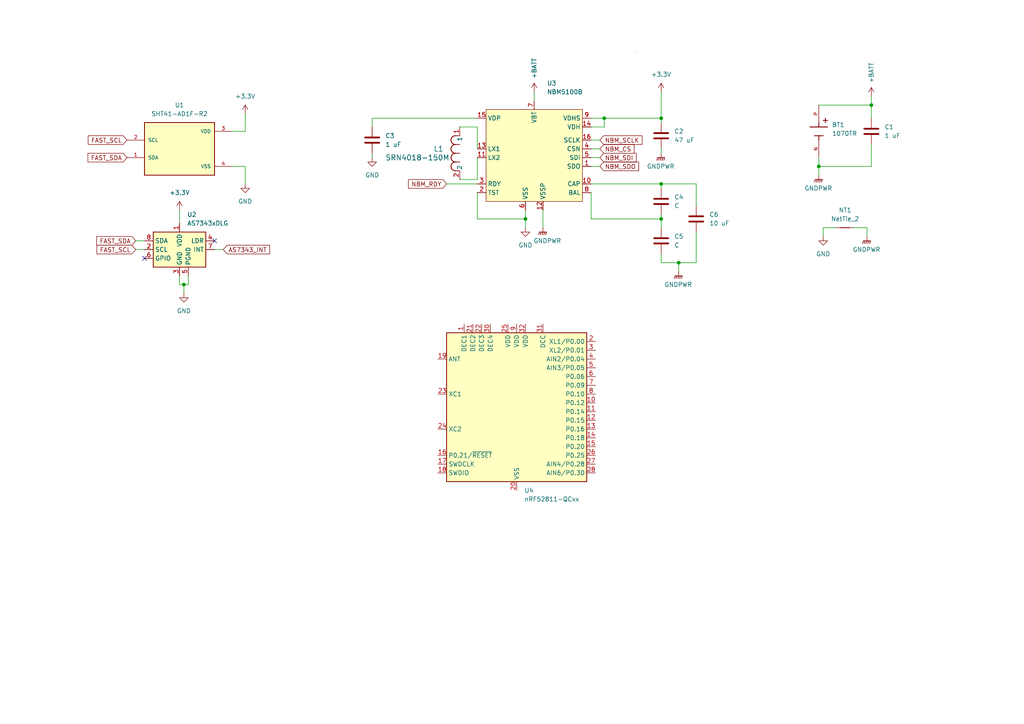
<source format=kicad_sch>
(kicad_sch (version 20230121) (generator eeschema)
  (paper "A4")
  (lib_symbols
    (symbol "1070TR:1070TR" (pin_names (offset 1.016))
      (property "Reference" "BT" (at -3.81 3.81 0))
      (property "Value" "1070TR" (at -3.81 -5.08 0))
      (symbol "1070TR_0_0"
        (polyline (pts (xy -3.81 1.905) (xy -2.54 1.905)) (stroke (width 0.254)))
        (polyline (pts (xy -3.175 2.54) (xy -3.175 1.27)) (stroke (width 0.254)))
        (polyline (pts (xy -1.27 0) (xy -2.54 0)) (stroke (width 0.254)))
        (polyline (pts (xy -1.27 0) (xy -1.27 -2.54)) (stroke (width 0.254)))
        (polyline (pts (xy -1.27 2.54) (xy -1.27 0)) (stroke (width 0.254)))
        (polyline (pts (xy 1.27 0) (xy 1.27 -1.27)) (stroke (width 0.254)))
        (polyline (pts (xy 1.27 0) (xy 2.54 0)) (stroke (width 0.254)))
        (polyline (pts (xy 1.27 1.27) (xy 1.27 0)) (stroke (width 0.254)))
        (pin passive line (at 7.62 0 180) (length 5.08) (name "~") (number "N"))
        (pin passive line (at -7.62 0 0) (length 5.08) (name "~") (number "P"))
      )
    )
    (symbol "2023-12-23_10-28-27:SRN4018-150M" (pin_names (offset 0.254))
      (property "Reference" "L" (at 6.985 5.08 0))
      (property "Value" "SRN4018-150M" (at 6.985 -2.54 0))
      (symbol "SRN4018-150M_1_1"
        (polyline (pts (xy 2.54 0) (xy 2.54 1.27)) (stroke (width 0.2032)))
        (polyline (pts (xy 5.08 0) (xy 5.08 1.27)) (stroke (width 0.2032)))
        (polyline (pts (xy 7.62 0) (xy 7.62 1.27)) (stroke (width 0.2032)))
        (polyline (pts (xy 10.16 0) (xy 10.16 1.27)) (stroke (width 0.2032)))
        (polyline (pts (xy 12.7 0) (xy 12.7 1.27)) (stroke (width 0.2032)))
        (arc (start 5.08 1.27) (mid 3.81 2.5345) (end 2.54 1.27) (stroke (width 0.254)))
        (arc (start 7.62 1.27) (mid 6.35 2.5345) (end 5.08 1.27) (stroke (width 0.254)))
        (arc (start 10.16 1.27) (mid 8.89 2.5345) (end 7.62 1.27) (stroke (width 0.254)))
        (arc (start 12.7 1.27) (mid 11.43 2.5345) (end 10.16 1.27) (stroke (width 0.254)))
        (pin unspecified line (at 15.24 0 180) (length 2.54) (name "1") (number "1"))
        (pin unspecified line (at 0 0 0) (length 2.54) (name "2") (number "2"))
      )
      (symbol "SRN4018-150M_1_2"
        (arc (start -1.27 5.08) (mid -2.5345 3.81) (end -1.27 2.54) (stroke (width 0.254)))
        (arc (start -1.27 7.62) (mid -2.5345 6.35) (end -1.27 5.08) (stroke (width 0.254)))
        (arc (start -1.27 10.16) (mid -2.5345 8.89) (end -1.27 7.62) (stroke (width 0.254)))
        (arc (start -1.27 12.7) (mid -2.5345 11.43) (end -1.27 10.16) (stroke (width 0.254)))
        (polyline (pts (xy 0 2.54) (xy -1.27 2.54)) (stroke (width 0.2032)))
        (polyline (pts (xy 0 5.08) (xy -1.27 5.08)) (stroke (width 0.2032)))
        (polyline (pts (xy 0 7.62) (xy -1.27 7.62)) (stroke (width 0.2032)))
        (polyline (pts (xy 0 10.16) (xy -1.27 10.16)) (stroke (width 0.2032)))
        (polyline (pts (xy 0 12.7) (xy -1.27 12.7)) (stroke (width 0.2032)))
        (pin unspecified line (at 0 15.24 270) (length 2.54) (name "1") (number "1"))
        (pin unspecified line (at 0 0 90) (length 2.54) (name "2") (number "2"))
      )
    )
    (symbol "Device:C" (pin_numbers hide) (pin_names (offset 0.254))
      (property "Reference" "C" (at 0.635 2.54 0))
      (property "Value" "C" (at 0.635 -2.54 0))
      (symbol "C_0_1"
        (polyline (pts (xy -2.032 -0.762) (xy 2.032 -0.762)) (stroke (width 0.508)))
        (polyline (pts (xy -2.032 0.762) (xy 2.032 0.762)) (stroke (width 0.508)))
      )
      (symbol "C_1_1"
        (pin passive line (at 0 3.81 270) (length 2.794) (name "~") (number "1"))
        (pin passive line (at 0 -3.81 90) (length 2.794) (name "~") (number "2"))
      )
    )
    (symbol "Device:NetTie_2" (pin_numbers hide) (pin_names (offset 0) hide) (in_bom no)
      (property "Reference" "NT" (at 0 1.27 0))
      (property "Value" "NetTie_2" (at 0 -1.27 0))
      (symbol "NetTie_2_0_1"
        (polyline (pts (xy -1.27 0) (xy 1.27 0)) (stroke (width 0.254)))
      )
      (symbol "NetTie_2_1_1"
        (pin passive line (at -2.54 0 0) (length 2.54) (name "1") (number "1"))
        (pin passive line (at 2.54 0 180) (length 2.54) (name "2") (number "2"))
      )
    )
    (symbol "MCU_Nordic:nRF52811-QCxx"
      (property "Reference" "U" (at 0 5.08 0))
      (property "Value" "nRF52811-QCxx" (at 0 2.54 0))
      (symbol "nRF52811-QCxx_0_1"
        (rectangle (start -20.32 22.86) (end 20.32 -20.32) (stroke (width 0.254)) (fill (type background)))
      )
      (symbol "nRF52811-QCxx_1_1"
        (pin passive line (at -15.24 25.4 270) (length 2.54) (name "DEC1") (number "1"))
        (pin bidirectional line (at 22.86 2.54 180) (length 2.54) (name "P0.12") (number "10"))
        (pin bidirectional line (at 22.86 0 180) (length 2.54) (name "P0.14") (number "11"))
        (pin bidirectional line (at 22.86 -2.54 180) (length 2.54) (name "P0.15") (number "12"))
        (pin bidirectional line (at 22.86 -5.08 180) (length 2.54) (name "P0.16") (number "13"))
        (pin bidirectional line (at 22.86 -7.62 180) (length 2.54) (name "P0.18") (number "14"))
        (pin bidirectional line (at 22.86 -10.16 180) (length 2.54) (name "P0.20") (number "15"))
        (pin bidirectional line (at -22.86 -12.7 0) (length 2.54) (name "P0.21/~{RESET}") (number "16"))
        (pin input line (at -22.86 -15.24 0) (length 2.54) (name "SWDCLK") (number "17"))
        (pin bidirectional line (at -22.86 -17.78 0) (length 2.54) (name "SWDIO") (number "18"))
        (pin passive line (at -22.86 15.24 0) (length 2.54) (name "ANT") (number "19"))
        (pin bidirectional line (at 22.86 20.32 180) (length 2.54) (name "XL1/P0.00") (number "2"))
        (pin power_in line (at 0 -22.86 90) (length 2.54) (name "VSS") (number "20"))
        (pin passive line (at -12.7 25.4 270) (length 2.54) (name "DEC2") (number "21"))
        (pin passive line (at -10.16 25.4 270) (length 2.54) (name "DEC3") (number "22"))
        (pin input line (at -22.86 5.08 0) (length 2.54) (name "XC1") (number "23"))
        (pin input line (at -22.86 -5.08 0) (length 2.54) (name "XC2") (number "24"))
        (pin power_in line (at -2.54 25.4 270) (length 2.54) (name "VDD") (number "25"))
        (pin bidirectional line (at 22.86 -12.7 180) (length 2.54) (name "P0.25") (number "26"))
        (pin bidirectional line (at 22.86 -15.24 180) (length 2.54) (name "AIN4/P0.28") (number "27"))
        (pin bidirectional line (at 22.86 -17.78 180) (length 2.54) (name "AIN6/P0.30") (number "28"))
        (pin passive line (at 0 -22.86 90) (length 2.54) hide (name "VSS") (number "29"))
        (pin bidirectional line (at 22.86 17.78 180) (length 2.54) (name "XL2/P0.01") (number "3"))
        (pin passive line (at -7.62 25.4 270) (length 2.54) (name "DEC4") (number "30"))
        (pin power_out line (at 7.62 25.4 270) (length 2.54) (name "DCC") (number "31"))
        (pin power_in line (at 2.54 25.4 270) (length 2.54) (name "VDD") (number "32"))
        (pin passive line (at 0 -22.86 90) (length 2.54) hide (name "VSS") (number "33"))
        (pin bidirectional line (at 22.86 15.24 180) (length 2.54) (name "AIN2/P0.04") (number "4"))
        (pin bidirectional line (at 22.86 12.7 180) (length 2.54) (name "AIN3/P0.05") (number "5"))
        (pin bidirectional line (at 22.86 10.16 180) (length 2.54) (name "P0.06") (number "6"))
        (pin bidirectional line (at 22.86 7.62 180) (length 2.54) (name "P0.09") (number "7"))
        (pin bidirectional line (at 22.86 5.08 180) (length 2.54) (name "P0.10") (number "8"))
        (pin power_in line (at 0 25.4 270) (length 2.54) (name "VDD") (number "9"))
      )
    )
    (symbol "NBM5100:NBM5100B"
      (property "Reference" "U" (at 5.08 17.78 0))
      (property "Value" "NBM5100B" (at 8.89 15.24 0))
      (symbol "NBM5100B_0_1"
        (rectangle (start 29.21 27.94) (end 29.21 27.94))
      )
      (symbol "NBM5100B_1_1"
        (rectangle (start -13.97 11.43) (end 13.97 -15.24) (fill (type background)))
        (pin output line (at 16.51 -5.08 180) (length 2.54) (name "SDO") (number "1"))
        (pin power_in line (at 16.51 -10.16 180) (length 2.54) (name "CAP") (number "10"))
        (pin unspecified line (at -16.51 -2.54 0) (length 2.54) (name "LX2") (number "11"))
        (pin power_in line (at 2.54 -17.78 90) (length 2.54) (name "VSSP") (number "12"))
        (pin unspecified line (at -16.51 0 0) (length 2.54) (name "LX1") (number "13"))
        (pin power_out line (at 16.51 6.35 180) (length 2.54) (name "VDH") (number "14"))
        (pin power_out line (at -16.51 8.89 0) (length 2.54) (name "VDP") (number "15"))
        (pin input line (at 16.51 2.54 180) (length 2.54) (name "SCLK") (number "16"))
        (pin input line (at -16.51 -12.7 0) (length 2.54) (name "TST") (number "2"))
        (pin output line (at -16.51 -10.16 0) (length 2.54) (name "RDY") (number "3"))
        (pin input line (at 16.51 0 180) (length 2.54) (name "CSN") (number "4"))
        (pin input line (at 16.51 -2.54 180) (length 2.54) (name "SDI") (number "5"))
        (pin power_in line (at -2.54 -17.78 90) (length 2.54) (name "VSS") (number "6"))
        (pin power_in line (at 0 13.97 270) (length 2.54) (name "VBT") (number "7"))
        (pin bidirectional line (at 16.51 -12.7 180) (length 2.54) (name "BAL") (number "8"))
        (pin input line (at 16.51 8.89 180) (length 2.54) (name "VDHS") (number "9"))
      )
    )
    (symbol "SHT41-AD1F-R2:SHT41-AD1F-R2" (pin_names (offset 1.016))
      (property "Reference" "U" (at -10.16 8.89 0))
      (property "Value" "SHT41-AD1F-R2" (at -10.16 -10.16 0))
      (symbol "SHT41-AD1F-R2_0_0"
        (rectangle (start -10.16 7.62) (end 10.16 -7.62) (stroke (width 0.254)) (fill (type background)))
        (pin bidirectional line (at -15.24 -2.54 0) (length 5.08) (name "SDA") (number "1"))
        (pin input line (at -15.24 2.54 0) (length 5.08) (name "SCL") (number "2"))
        (pin power_in line (at 15.24 5.08 180) (length 5.08) (name "VDD") (number "3"))
        (pin power_in line (at 15.24 -5.08 180) (length 5.08) (name "VSS") (number "4"))
      )
    )
    (symbol "Sensor_Optical:AS7343xDLG"
      (property "Reference" "U" (at -2.54 8.255 0))
      (property "Value" "AS7343xDLG" (at -2.54 6.35 0))
      (symbol "AS7343xDLG_0_1"
        (rectangle (start -7.62 5.08) (end 7.62 -5.08) (stroke (width 0.254)) (fill (type background)))
      )
      (symbol "AS7343xDLG_1_1"
        (pin power_in line (at 0 7.62 270) (length 2.54) (name "VDD") (number "1"))
        (pin input line (at -10.16 0 0) (length 2.54) (name "SCL") (number "2"))
        (pin power_in line (at 0 -7.62 90) (length 2.54) (name "GND") (number "3"))
        (pin passive line (at 10.16 2.54 180) (length 2.54) (name "LDR") (number "4"))
        (pin power_in line (at 2.54 -7.62 90) (length 2.54) (name "PGND") (number "5"))
        (pin input line (at -10.16 -2.54 0) (length 2.54) (name "GPIO") (number "6"))
        (pin open_collector line (at 10.16 0 180) (length 2.54) (name "INT") (number "7"))
        (pin bidirectional line (at -10.16 2.54 0) (length 2.54) (name "SDA") (number "8"))
      )
    )
    (symbol "power:+3.3V" (power) (pin_names (offset 0))
      (property "Value" "+3.3V" (at 0 3.556 0))
      (symbol "+3.3V_0_1"
        (polyline (pts (xy -0.762 1.27) (xy 0 2.54)))
        (polyline (pts (xy 0 0) (xy 0 2.54)))
        (polyline (pts (xy 0 2.54) (xy 0.762 1.27)))
      )
      (symbol "+3.3V_1_1"
        (pin power_in line (at 0 0 90) (length 0) hide (name "+3.3V") (number "1"))
      )
    )
    (symbol "power:+BATT" (power) (pin_names (offset 0))
      (property "Value" "+BATT" (at 0 3.556 0))
      (symbol "+BATT_0_1"
        (polyline (pts (xy -0.762 1.27) (xy 0 2.54)))
        (polyline (pts (xy 0 0) (xy 0 2.54)))
        (polyline (pts (xy 0 2.54) (xy 0.762 1.27)))
      )
      (symbol "+BATT_1_1"
        (pin power_in line (at 0 0 90) (length 0) hide (name "+BATT") (number "1"))
      )
    )
    (symbol "power:GND" (power) (pin_names (offset 0))
      (property "Value" "GND" (at 0 -3.81 0))
      (symbol "GND_0_1"
        (polyline (pts (xy 0 0) (xy 0 -1.27) (xy 1.27 -1.27) (xy 0 -2.54) (xy -1.27 -1.27) (xy 0 -1.27)))
      )
      (symbol "GND_1_1"
        (pin power_in line (at 0 0 270) (length 0) hide (name "GND") (number "1"))
      )
    )
    (symbol "power:GNDPWR" (power) (pin_names (offset 0))
      (property "Value" "GNDPWR" (at 0 -3.302 0))
      (symbol "GNDPWR_0_1"
        (polyline (pts (xy 0 -1.27) (xy 0 0)))
        (polyline (pts (xy -1.016 -1.27) (xy -1.27 -2.032) (xy -1.27 -2.032)) (stroke (width 0.2032)))
        (polyline (pts (xy -0.508 -1.27) (xy -0.762 -2.032) (xy -0.762 -2.032)) (stroke (width 0.2032)))
        (polyline (pts (xy 0 -1.27) (xy -0.254 -2.032) (xy -0.254 -2.032)) (stroke (width 0.2032)))
        (polyline (pts (xy 0.508 -1.27) (xy 0.254 -2.032) (xy 0.254 -2.032)) (stroke (width 0.2032)))
        (polyline (pts (xy 1.016 -1.27) (xy -1.016 -1.27) (xy -1.016 -1.27)) (stroke (width 0.2032)))
        (polyline (pts (xy 1.016 -1.27) (xy 0.762 -2.032) (xy 0.762 -2.032) (xy 0.762 -2.032)) (stroke (width 0.2032)))
      )
      (symbol "GNDPWR_1_1"
        (pin power_in line (at 0 0 270) (length 0) hide (name "GNDPWR") (number "1"))
      )
    )
  )
  (junction (at 152.4 63.5))
  (junction (at 53.34 82.55))
  (junction (at 237.49 48.26))
  (junction (at 191.77 53.34))
  (junction (at 252.73 30.48))
  (junction (at 191.77 63.5))
  (junction (at 175.26 34.29))
  (junction (at 191.77 34.29))
  (junction (at 196.85 76.2))
  (no_connect (at 62.23 69.85))
  (no_connect (at 41.91 74.93))
  (wire (pts (xy 238.76 68.58) (xy 238.76 66.04)))
  (wire (pts (xy 191.77 35.56) (xy 191.77 34.29)))
  (wire (pts (xy 171.45 45.72) (xy 173.99 45.72)))
  (wire (pts (xy 129.54 53.34) (xy 138.43 53.34)))
  (wire (pts (xy 71.12 33.02) (xy 71.12 38.1)))
  (wire (pts (xy 191.77 76.2) (xy 196.85 76.2)))
  (wire (pts (xy 191.77 63.5) (xy 191.77 66.04)))
  (wire (pts (xy 67.31 38.1) (xy 71.12 38.1)))
  (wire (pts (xy 171.45 53.34) (xy 191.77 53.34)))
  (wire (pts (xy 152.4 60.96) (xy 152.4 63.5)))
  (wire (pts (xy 138.43 45.72) (xy 138.43 52.07)))
  (wire (pts (xy 138.43 55.88) (xy 138.43 63.5)))
  (wire (pts (xy 71.12 48.26) (xy 71.12 53.34)))
  (wire (pts (xy 138.43 52.07) (xy 133.35 52.07)))
  (wire (pts (xy 237.49 48.26) (xy 237.49 50.8)))
  (wire (pts (xy 52.07 80.01) (xy 52.07 82.55)))
  (wire (pts (xy 62.23 72.39) (xy 64.77 72.39)))
  (wire (pts (xy 154.94 26.67) (xy 154.94 29.21)))
  (wire (pts (xy 175.26 36.83) (xy 175.26 34.29)))
  (wire (pts (xy 54.61 82.55) (xy 54.61 80.01)))
  (wire (pts (xy 175.26 34.29) (xy 191.77 34.29)))
  (wire (pts (xy 191.77 43.18) (xy 191.77 44.45)))
  (wire (pts (xy 52.07 60.96) (xy 52.07 64.77)))
  (wire (pts (xy 52.07 82.55) (xy 53.34 82.55)))
  (wire (pts (xy 252.73 41.91) (xy 252.73 48.26)))
  (wire (pts (xy 157.48 60.96) (xy 157.48 66.04)))
  (wire (pts (xy 191.77 26.67) (xy 191.77 34.29)))
  (wire (pts (xy 171.45 48.26) (xy 173.99 48.26)))
  (wire (pts (xy 196.85 76.2) (xy 201.93 76.2)))
  (wire (pts (xy 171.45 43.18) (xy 173.99 43.18)))
  (wire (pts (xy 53.34 82.55) (xy 54.61 82.55)))
  (wire (pts (xy 251.46 66.04) (xy 247.65 66.04)))
  (wire (pts (xy 107.95 36.83) (xy 107.95 34.29)))
  (wire (pts (xy 201.93 67.31) (xy 201.93 76.2)))
  (wire (pts (xy 252.73 27.94) (xy 252.73 30.48)))
  (wire (pts (xy 138.43 36.83) (xy 138.43 43.18)))
  (wire (pts (xy 201.93 59.69) (xy 201.93 53.34)))
  (wire (pts (xy 171.45 36.83) (xy 175.26 36.83)))
  (wire (pts (xy 191.77 54.61) (xy 191.77 53.34)))
  (wire (pts (xy 107.95 34.29) (xy 138.43 34.29)))
  (wire (pts (xy 251.46 68.58) (xy 251.46 66.04)))
  (wire (pts (xy 237.49 48.26) (xy 252.73 48.26)))
  (wire (pts (xy 138.43 63.5) (xy 152.4 63.5)))
  (wire (pts (xy 191.77 62.23) (xy 191.77 63.5)))
  (wire (pts (xy 171.45 55.88) (xy 171.45 63.5)))
  (wire (pts (xy 39.37 72.39) (xy 41.91 72.39)))
  (wire (pts (xy 133.35 36.83) (xy 138.43 36.83)))
  (wire (pts (xy 252.73 30.48) (xy 252.73 34.29)))
  (wire (pts (xy 191.77 73.66) (xy 191.77 76.2)))
  (wire (pts (xy 152.4 63.5) (xy 152.4 66.04)))
  (wire (pts (xy 171.45 63.5) (xy 191.77 63.5)))
  (wire (pts (xy 196.85 76.2) (xy 196.85 78.74)))
  (wire (pts (xy 71.12 48.26) (xy 67.31 48.26)))
  (wire (pts (xy 237.49 30.48) (xy 252.73 30.48)))
  (wire (pts (xy 237.49 48.26) (xy 237.49 45.72)))
  (wire (pts (xy 238.76 66.04) (xy 242.57 66.04)))
  (wire (pts (xy 201.93 53.34) (xy 191.77 53.34)))
  (wire (pts (xy 171.45 34.29) (xy 175.26 34.29)))
  (wire (pts (xy 53.34 82.55) (xy 53.34 85.09)))
  (wire (pts (xy 107.95 45.72) (xy 107.95 44.45)))
  (wire (pts (xy 171.45 40.64) (xy 173.99 40.64)))
  (wire (pts (xy 39.37 69.85) (xy 41.91 69.85)))
  (global_label "FAST_SCL" (shape input) (at 39.37 72.39 180) (property "Intersheetrefs" "${INTERSHEET_REFS}" (effects hide)))
  (global_label "FAST_SDA" (shape input) (at 36.83 45.72 180) (property "Intersheetrefs" "${INTERSHEET_REFS}" (effects hide)))
  (global_label "NBM_SDO" (shape input) (at 173.99 48.26 0) (property "Intersheetrefs" "${INTERSHEET_REFS}" (effects hide)))
  (global_label "NBM_RDY" (shape input) (at 129.54 53.34 180) (property "Intersheetrefs" "${INTERSHEET_REFS}" (effects hide)))
  (global_label "FAST_SDA" (shape input) (at 39.37 69.85 180) (property "Intersheetrefs" "${INTERSHEET_REFS}" (effects hide)))
  (global_label "FAST_SCL" (shape input) (at 36.83 40.64 180) (property "Intersheetrefs" "${INTERSHEET_REFS}" (effects hide)))
  (global_label "AS7343_INT" (shape input) (at 64.77 72.39 0) (property "Intersheetrefs" "${INTERSHEET_REFS}" (effects hide)))
  (global_label "NBM_CS" (shape input) (at 173.99 43.18 0) (property "Intersheetrefs" "${INTERSHEET_REFS}" (effects hide)))
  (global_label "NBM_SCLK" (shape input) (at 173.99 40.64 0) (property "Intersheetrefs" "${INTERSHEET_REFS}" (effects hide)))
  (global_label "NBM_SDI" (shape input) (at 173.99 45.72 0) (property "Intersheetrefs" "${INTERSHEET_REFS}" (effects hide)))
  (symbol (lib_id "power:GNDPWR") (at 157.48 66.04 0) (unit 1)
    (property "Reference" "#PWR04" (effects hide))
    (property "Value" "GNDPWR" (at 158.75 69.85 0))
  )
  (symbol (lib_id "power:GND") (at 238.76 68.58 0) (unit 1)
    (property "Reference" "#PWR06" (effects hide))
    (property "Value" "GND" (at 238.76 73.66 0))
  )
  (symbol (lib_id "power:+3.3V") (at 191.77 26.67 0) (unit 1)
    (property "Reference" "#PWR08" (effects hide))
    (property "Value" "+3.3V" (at 191.77 21.59 0))
  )
  (symbol (lib_id "MCU_Nordic:nRF52811-QCxx") (at 149.86 119.38 0) (unit 1)
    (property "Reference" "U4" (at 152.0541 142.24 0) (effects (justify left)))
    (property "Value" "nRF52811-QCxx" (at 152.0541 144.78 0) (effects (justify left)))
    (property "Footprint" "Package_DFN_QFN:QFN-32-1EP_5x5mm_P0.5mm_EP3.6x3.6mm_ThermalVias" (effects hide))
    (property "Datasheet" "https://infocenter.nordicsemi.com/pdf/nRF52811_PS_v1.0.pdf" (effects hide))
  )
  (symbol (lib_id "power:+BATT") (at 252.73 27.94 0) (unit 1)
    (property "Reference" "#PWR01" (effects hide))
    (property "Value" "+BATT" (at 252.73 24.13 90) (effects (justify left)))
  )
  (symbol (lib_id "Device:C") (at 201.93 63.5 0) (unit 1)
    (property "Reference" "C6" (at 205.74 62.23 0) (effects (justify left)))
    (property "Value" "10 uF" (at 205.74 64.77 0) (effects (justify left)))
    (property "Footprint" "Capacitor_SMD:C_0603_1608Metric_Pad1.08x0.95mm_HandSolder" (effects hide))
  )
  (symbol (lib_id "Device:C") (at 191.77 58.42 0) (unit 1)
    (property "Reference" "C4" (at 195.58 57.15 0) (effects (justify left)))
    (property "Value" "C" (at 195.58 59.69 0) (effects (justify left)))
    (property "Footprint" "Capacitor_SMD:C_0603_1608Metric_Pad1.08x0.95mm_HandSolder" (effects hide))
  )
  (symbol (lib_id "Device:C") (at 191.77 39.37 0) (unit 1)
    (property "Reference" "C2" (at 195.58 38.1 0) (effects (justify left)))
    (property "Value" "47 uF" (at 195.58 40.64 0) (effects (justify left)))
    (property "Footprint" "Capacitor_SMD:C_0603_1608Metric_Pad1.08x0.95mm_HandSolder" (effects hide))
  )
  (symbol (lib_id "NBM5100:NBM5100B") (at 154.94 43.18 0) (unit 1)
    (property "Reference" "U3" (at 160.02 24.13 0))
    (property "Value" "NBM5100B" (at 163.83 26.67 0))
    (property "Footprint" "NBM5100:SOT763-1" (effects hide))
    (property "Datasheet" "https://assets.nexperia.com/documents/data-sheet/NBM5100.pdf" (effects hide))
  )
  (symbol (lib_id "power:GND") (at 107.95 45.72 0) (unit 1)
    (property "Reference" "#PWR011" (effects hide))
    (property "Value" "GND" (at 107.95 50.8 0))
  )
  (symbol (lib_id "Sensor_Optical:AS7343xDLG") (at 52.07 72.39 0) (unit 1)
    (property "Reference" "U2" (at 54.2641 62.23 0) (effects (justify left)))
    (property "Value" "AS7343xDLG" (at 54.2641 64.77 0) (effects (justify left)))
    (property "Footprint" "Package_LGA:AMS_OLGA-8_2x3.1mm_P0.8mm" (effects hide))
    (property "Datasheet" "https://ams.com/documents/20143/6705498/AS7343_DS001046_2_00.pdf" (effects hide))
  )
  (symbol (lib_id "Device:NetTie_2") (at 245.11 66.04 0) (unit 1) (in_bom no)
    (property "Reference" "NT1" (at 245.11 60.96 0))
    (property "Value" "NetTie_2" (at 245.11 63.5 0))
    (property "Footprint" "NetTie:NetTie-2_THT_Pad1.0mm" (effects hide))
  )
  (symbol (lib_id "power:+BATT") (at 154.94 26.67 0) (unit 1)
    (property "Reference" "#PWR03" (effects hide))
    (property "Value" "+BATT" (at 154.94 22.86 90) (effects (justify left)))
  )
  (symbol (lib_id "2023-12-23_10-28-27:SRN4018-150M") (at 133.35 52.07 90) (unit 1)
    (property "Reference" "L1" (at 125.73 43.18 90) (effects (font (size 1.524 1.524)) (justify right)))
    (property "Value" "SRN4018-150M" (at 111.76 45.72 90) (effects (font (size 1.524 1.524)) (justify right)))
    (property "Footprint" "SRN4018_150M:IND_BOURNS_SRN4018" (effects hide))
    (property "Datasheet" "SRN4018-150M" (effects hide))
  )
  (symbol (lib_id "1070TR:1070TR") (at 237.49 38.1 270) (unit 1)
    (property "Reference" "BT1" (at 241.3 36.195 90) (effects (justify left)))
    (property "Value" "1070TR" (at 241.3 38.735 90) (effects (justify left)))
    (property "Footprint" "1070TR:KEYSTONE_1070TR" (effects hide))
    (property "PARTREV" "C" (effects hide))
    (property "STANDARD" "Manufacturer Recommendations" (effects hide))
    (property "SNAPEDA_PN" "1070" (effects hide))
    (property "MAXIMUM_PACKAGE_HEIGHT" "5.97mm" (effects hide))
    (property "MANUFACTURER" "Keystone Electronics" (effects hide))
  )
  (symbol (lib_id "power:GND") (at 53.34 85.09 0) (unit 1)
    (property "Reference" "#PWR014" (effects hide))
    (property "Value" "GND" (at 53.34 90.17 0))
  )
  (symbol (lib_id "power:GND") (at 71.12 53.34 0) (unit 1)
    (property "Reference" "#PWR012" (effects hide))
    (property "Value" "GND" (at 71.12 58.42 0))
  )
  (symbol (lib_id "power:GNDPWR") (at 196.85 78.74 0) (unit 1)
    (property "Reference" "#PWR010" (effects hide))
    (property "Value" "GNDPWR" (at 196.723 82.55 0))
  )
  (symbol (lib_id "Device:C") (at 107.95 40.64 0) (unit 1)
    (property "Reference" "C3" (at 111.76 39.37 0) (effects (justify left)))
    (property "Value" "1 uF" (at 111.76 41.91 0) (effects (justify left)))
    (property "Footprint" "Capacitor_SMD:C_0603_1608Metric_Pad1.08x0.95mm_HandSolder" (effects hide))
  )
  (symbol (lib_id "Device:C") (at 252.73 38.1 0) (unit 1)
    (property "Reference" "C1" (at 256.54 36.83 0) (effects (justify left)))
    (property "Value" "1 uF" (at 256.54 39.37 0) (effects (justify left)))
    (property "Footprint" "Capacitor_SMD:C_0603_1608Metric_Pad1.08x0.95mm_HandSolder" (effects hide))
  )
  (symbol (lib_id "power:GNDPWR") (at 251.46 68.58 0) (unit 1)
    (property "Reference" "#PWR07" (effects hide))
    (property "Value" "GNDPWR" (at 251.333 72.39 0))
  )
  (symbol (lib_id "power:+3.3V") (at 71.12 33.02 0) (unit 1)
    (property "Reference" "#PWR013" (effects hide))
    (property "Value" "+3.3V" (at 71.12 27.94 0))
  )
  (symbol (lib_id "power:GNDPWR") (at 237.49 50.8 0) (unit 1)
    (property "Reference" "#PWR02" (effects hide))
    (property "Value" "GNDPWR" (at 237.363 54.61 0))
  )
  (symbol (lib_id "power:GNDPWR") (at 191.77 44.45 0) (unit 1)
    (property "Reference" "#PWR09" (effects hide))
    (property "Value" "GNDPWR" (at 191.643 48.26 0))
  )
  (symbol (lib_id "SHT41-AD1F-R2:SHT41-AD1F-R2") (at 52.07 43.18 0) (unit 1)
    (property "Reference" "U1" (at 52.07 30.48 0))
    (property "Value" "SHT41-AD1F-R2" (at 52.07 33.02 0))
    (property "Footprint" "SHT41_AD1F_R2:SHT4X" (effects hide))
  )
  (symbol (lib_id "power:GND") (at 152.4 66.04 0) (unit 1)
    (property "Reference" "#PWR05" (effects hide))
    (property "Value" "GND" (at 152.4 71.12 0))
  )
  (symbol (lib_id "power:+3.3V") (at 52.07 60.96 0) (unit 1)
    (property "Reference" "#PWR015" (effects hide))
    (property "Value" "+3.3V" (at 52.07 55.88 0))
  )
  (symbol (lib_id "Device:C") (at 191.77 69.85 0) (unit 1)
    (property "Reference" "C5" (at 195.58 68.58 0) (effects (justify left)))
    (property "Value" "C" (at 195.58 71.12 0) (effects (justify left)))
    (property "Footprint" "Capacitor_SMD:C_0603_1608Metric_Pad1.08x0.95mm_HandSolder" (effects hide))
  )
)
</source>
